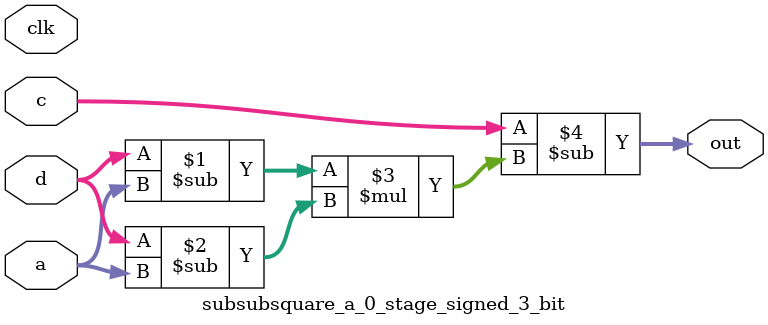
<source format=sv>
(* use_dsp = "yes" *) module subsubsquare_a_0_stage_signed_3_bit(
	input signed [2:0] a,
	input signed [2:0] c,
	input signed [2:0] d,
	output [2:0] out,
	input clk);

	assign out = c - ((d - a) * (d - a));
endmodule

</source>
